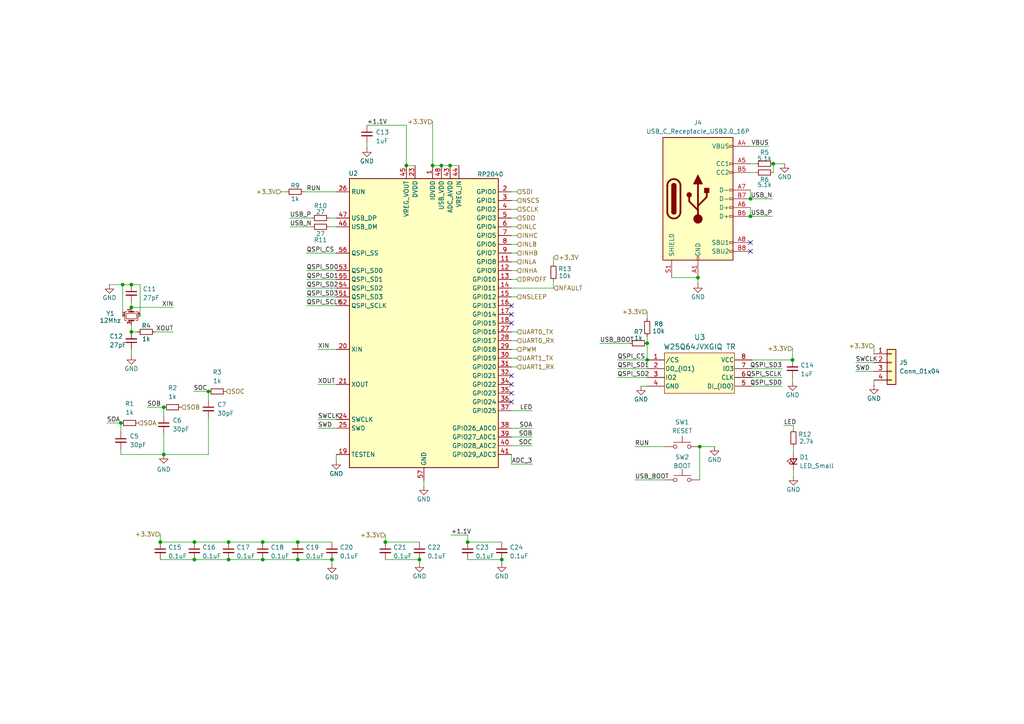
<source format=kicad_sch>
(kicad_sch (version 20240812) (generator "eeschema") (generator_version "8.99")
  (paper "A4")
  (lib_symbols
    (symbol "Connector:USB_C_Receptacle_USB2.0_16P" (pin_names (offset 1.016))
      (property "Reference" "J" (at 0 22.225 0))
      (property "Value" "USB_C_Receptacle_USB2.0_16P" (at 0 19.685 0))
      (symbol "USB_C_Receptacle_USB2.0_16P_0_0"
        (rectangle (start -0.254 -17.78) (end 0.254 -16.764))
        (rectangle (start 10.16 15.494) (end 9.144 14.986))
        (rectangle (start 10.16 10.414) (end 9.144 9.906))
        (rectangle (start 10.16 7.874) (end 9.144 7.366))
        (rectangle (start 10.16 2.794) (end 9.144 2.286))
        (rectangle (start 10.16 0.254) (end 9.144 -0.254))
        (rectangle (start 10.16 -2.286) (end 9.144 -2.794))
        (rectangle (start 10.16 -4.826) (end 9.144 -5.334))
        (rectangle (start 10.16 -12.446) (end 9.144 -12.954))
        (rectangle (start 10.16 -14.986) (end 9.144 -15.494))
      )
      (symbol "USB_C_Receptacle_USB2.0_16P_0_1"
        (rectangle (start -10.16 17.78) (end 10.16 -17.78) (stroke (width 0.254)) (fill (type background)))
        (polyline (pts (xy -8.89 -3.81) (xy -8.89 3.81)) (stroke (width 0.508)))
        (rectangle (start -7.62 -3.81) (end -6.35 3.81) (stroke (width 0.254)) (fill (type outline)))
        (arc (start -7.62 3.81) (mid -6.985 4.4423) (end -6.35 3.81) (stroke (width 0.254)))
        (arc (start -7.62 3.81) (mid -6.985 4.4423) (end -6.35 3.81) (stroke (width 0.254)) (fill (type outline)))
        (arc (start -8.89 3.81) (mid -6.985 5.7067) (end -5.08 3.81) (stroke (width 0.508)))
        (arc (start -5.08 -3.81) (mid -6.985 -5.7067) (end -8.89 -3.81) (stroke (width 0.508)))
        (arc (start -6.35 -3.81) (mid -6.985 -4.4423) (end -7.62 -3.81) (stroke (width 0.254)) (fill (type outline)))
        (arc (start -6.35 -3.81) (mid -6.985 -4.4423) (end -7.62 -3.81) (stroke (width 0.254)))
        (polyline (pts (xy -5.08 3.81) (xy -5.08 -3.81)) (stroke (width 0.508)))
        (circle (center -2.54 1.143) (radius 0.635) (stroke (width 0.254)) (fill (type outline)))
        (polyline (pts (xy -1.27 4.318) (xy 0 6.858) (xy 1.27 4.318) (xy -1.27 4.318)) (stroke (width 0.254)) (fill (type outline)))
        (polyline (pts (xy 0 -2.032) (xy 2.54 0.508) (xy 2.54 1.778)) (stroke (width 0.508)))
        (polyline (pts (xy 0 -3.302) (xy -2.54 -0.762) (xy -2.54 0.508)) (stroke (width 0.508)))
        (polyline (pts (xy 0 -5.842) (xy 0 4.318)) (stroke (width 0.508)))
        (circle (center 0 -5.842) (radius 1.27) (fill (type outline)))
        (rectangle (start 1.905 1.778) (end 3.175 3.048) (stroke (width 0.254)) (fill (type outline)))
      )
      (symbol "USB_C_Receptacle_USB2.0_16P_1_1"
        (pin passive line (at -7.62 -22.86 90) (length 5.08) (name "SHIELD") (number "S1"))
        (pin passive line (at 0 -22.86 90) (length 5.08) (name "GND") (number "A1"))
        (pin passive line (at 0 -22.86 90) (length 5.08) hide (name "GND") (number "A12"))
        (pin passive line (at 0 -22.86 90) (length 5.08) hide (name "GND") (number "B1"))
        (pin passive line (at 0 -22.86 90) (length 5.08) hide (name "GND") (number "B12"))
        (pin passive line (at 15.24 15.24 180) (length 5.08) (name "VBUS") (number "A4"))
        (pin passive line (at 15.24 15.24 180) (length 5.08) hide (name "VBUS") (number "A9"))
        (pin passive line (at 15.24 15.24 180) (length 5.08) hide (name "VBUS") (number "B4"))
        (pin passive line (at 15.24 15.24 180) (length 5.08) hide (name "VBUS") (number "B9"))
        (pin bidirectional line (at 15.24 10.16 180) (length 5.08) (name "CC1") (number "A5"))
        (pin bidirectional line (at 15.24 7.62 180) (length 5.08) (name "CC2") (number "B5"))
        (pin bidirectional line (at 15.24 2.54 180) (length 5.08) (name "D-") (number "A7"))
        (pin bidirectional line (at 15.24 0 180) (length 5.08) (name "D-") (number "B7"))
        (pin bidirectional line (at 15.24 -2.54 180) (length 5.08) (name "D+") (number "A6"))
        (pin bidirectional line (at 15.24 -5.08 180) (length 5.08) (name "D+") (number "B6"))
        (pin bidirectional line (at 15.24 -12.7 180) (length 5.08) (name "SBU1") (number "A8"))
        (pin bidirectional line (at 15.24 -15.24 180) (length 5.08) (name "SBU2") (number "B8"))
      )
    )
    (symbol "Connector_Generic:Conn_01x04" (pin_names (offset 1.016) hide)
      (property "Reference" "J" (at 0 5.08 0))
      (property "Value" "Conn_01x04" (at 0 -7.62 0))
      (symbol "Conn_01x04_1_1"
        (rectangle (start -1.27 3.81) (end 1.27 -6.35) (stroke (width 0.254)) (fill (type background)))
        (rectangle (start -1.27 2.667) (end 0 2.413) (stroke (width 0.1524)))
        (rectangle (start -1.27 0.127) (end 0 -0.127) (stroke (width 0.1524)))
        (rectangle (start -1.27 -2.413) (end 0 -2.667) (stroke (width 0.1524)))
        (rectangle (start -1.27 -4.953) (end 0 -5.207) (stroke (width 0.1524)))
        (pin passive line (at -5.08 2.54 0) (length 3.81) (name "Pin_1") (number "1"))
        (pin passive line (at -5.08 0 0) (length 3.81) (name "Pin_2") (number "2"))
        (pin passive line (at -5.08 -2.54 0) (length 3.81) (name "Pin_3") (number "3"))
        (pin passive line (at -5.08 -5.08 0) (length 3.81) (name "Pin_4") (number "4"))
      )
    )
    (symbol "Device:C_Small" (pin_numbers hide) (pin_names (offset 0.254) hide)
      (property "Reference" "C" (at 0.254 1.778 0))
      (property "Value" "C_Small" (at 0.254 -2.032 0))
      (symbol "C_Small_0_1"
        (polyline (pts (xy -1.524 0.508) (xy 1.524 0.508)) (stroke (width 0.3048)))
        (polyline (pts (xy -1.524 -0.508) (xy 1.524 -0.508)) (stroke (width 0.3302)))
      )
      (symbol "C_Small_1_1"
        (pin passive line (at 0 2.54 270) (length 2.032) (name "~") (number "1"))
        (pin passive line (at 0 -2.54 90) (length 2.032) (name "~") (number "2"))
      )
    )
    (symbol "Device:Crystal_GND24_Small" (pin_names (offset 1.016) hide)
      (property "Reference" "Y" (at 1.27 4.445 0))
      (property "Value" "Crystal_GND24_Small" (at 1.27 2.54 0))
      (symbol "Crystal_GND24_Small_0_1"
        (polyline (pts (xy -1.27 1.27) (xy -1.27 1.905) (xy 1.27 1.905) (xy 1.27 1.27)))
        (polyline (pts (xy -1.27 -0.762) (xy -1.27 0.762)) (stroke (width 0.381)))
        (polyline (pts (xy -1.27 -1.27) (xy -1.27 -1.905) (xy 1.27 -1.905) (xy 1.27 -1.27)))
        (rectangle (start -0.762 -1.524) (end 0.762 1.524))
        (polyline (pts (xy 1.27 -0.762) (xy 1.27 0.762)) (stroke (width 0.381)))
      )
      (symbol "Crystal_GND24_Small_1_1"
        (pin passive line (at -2.54 0 0) (length 1.27) (name "1") (number "1"))
        (pin passive line (at 0 2.54 270) (length 0.635) (name "4") (number "4"))
        (pin passive line (at 0 -2.54 90) (length 0.635) (name "2") (number "2"))
        (pin passive line (at 2.54 0 180) (length 1.27) (name "3") (number "3"))
      )
    )
    (symbol "Device:LED_Small" (pin_numbers hide) (pin_names (offset 0.254) hide)
      (property "Reference" "D" (at -1.27 3.175 0))
      (property "Value" "LED_Small" (at -4.445 -2.54 0))
      (symbol "LED_Small_0_1"
        (polyline (pts (xy -0.762 -1.016) (xy -0.762 1.016)) (stroke (width 0.254)))
        (polyline (pts (xy 0 0.762) (xy -0.508 1.27) (xy -0.254 1.27) (xy -0.508 1.27) (xy -0.508 1.016)))
        (polyline (pts (xy 0.508 1.27) (xy 0 1.778) (xy 0.254 1.778) (xy 0 1.778) (xy 0 1.524)))
        (polyline (pts (xy 0.762 -1.016) (xy -0.762 0) (xy 0.762 1.016) (xy 0.762 -1.016)) (stroke (width 0.254)))
        (polyline (pts (xy 1.016 0) (xy -0.762 0)))
      )
      (symbol "LED_Small_1_1"
        (pin passive line (at -2.54 0 0) (length 1.778) (name "K") (number "1"))
        (pin passive line (at 2.54 0 180) (length 1.778) (name "A") (number "2"))
      )
    )
    (symbol "Device:R_Small" (pin_numbers hide) (pin_names (offset 0.254) hide)
      (property "Reference" "R" (at 0.762 0.508 0))
      (property "Value" "R_Small" (at 0.762 -1.016 0))
      (symbol "R_Small_0_1"
        (rectangle (start -0.762 1.778) (end 0.762 -1.778) (stroke (width 0.2032)))
      )
      (symbol "R_Small_1_1"
        (pin passive line (at 0 2.54 270) (length 0.762) (name "~") (number "1"))
        (pin passive line (at 0 -2.54 90) (length 0.762) (name "~") (number "2"))
      )
    )
    (symbol "MCU_RaspberryPi:RP2040"
      (property "Reference" "U" (at 17.78 45.72 0))
      (property "Value" "RP2040" (at 17.78 43.18 0))
      (symbol "RP2040_0_1"
        (rectangle (start -21.59 41.91) (end 21.59 -41.91) (stroke (width 0.254)) (fill (type background)))
      )
      (symbol "RP2040_1_1"
        (pin input line (at -25.4 38.1 0) (length 3.81) (name "RUN") (number "26"))
        (pin bidirectional line (at -25.4 30.48 0) (length 3.81) (name "USB_DP") (number "47"))
        (pin bidirectional line (at -25.4 27.94 0) (length 3.81) (name "USB_DM") (number "46"))
        (pin bidirectional line (at -25.4 20.32 0) (length 3.81) (name "QSPI_SS") (number "56"))
        (pin bidirectional line (at -25.4 15.24 0) (length 3.81) (name "QSPI_SD0") (number "53"))
        (pin bidirectional line (at -25.4 12.7 0) (length 3.81) (name "QSPI_SD1") (number "55"))
        (pin bidirectional line (at -25.4 10.16 0) (length 3.81) (name "QSPI_SD2") (number "54"))
        (pin bidirectional line (at -25.4 7.62 0) (length 3.81) (name "QSPI_SD3") (number "51"))
        (pin output line (at -25.4 5.08 0) (length 3.81) (name "QSPI_SCLK") (number "52"))
        (pin input line (at -25.4 -7.62 0) (length 3.81) (name "XIN") (number "20"))
        (pin passive line (at -25.4 -17.78 0) (length 3.81) (name "XOUT") (number "21"))
        (pin input line (at -25.4 -27.94 0) (length 3.81) (name "SWCLK") (number "24"))
        (pin bidirectional line (at -25.4 -30.48 0) (length 3.81) (name "SWD") (number "25"))
        (pin input line (at -25.4 -38.1 0) (length 3.81) (name "TESTEN") (number "19"))
        (pin power_out line (at -5.08 45.72 270) (length 3.81) (name "VREG_VOUT") (number "45"))
        (pin power_in line (at -2.54 45.72 270) (length 3.81) (name "DVDD") (number "23"))
        (pin passive line (at -2.54 45.72 270) (length 3.81) hide (name "DVDD") (number "50"))
        (pin power_in line (at 0 -45.72 90) (length 3.81) (name "GND") (number "57"))
        (pin power_in line (at 2.54 45.72 270) (length 3.81) (name "IOVDD") (number "1"))
        (pin passive line (at 2.54 45.72 270) (length 3.81) hide (name "IOVDD") (number "10"))
        (pin passive line (at 2.54 45.72 270) (length 3.81) hide (name "IOVDD") (number "22"))
        (pin passive line (at 2.54 45.72 270) (length 3.81) hide (name "IOVDD") (number "33"))
        (pin passive line (at 2.54 45.72 270) (length 3.81) hide (name "IOVDD") (number "42"))
        (pin passive line (at 2.54 45.72 270) (length 3.81) hide (name "IOVDD") (number "49"))
        (pin power_in line (at 5.08 45.72 270) (length 3.81) (name "USB_VDD") (number "48"))
        (pin power_in line (at 7.62 45.72 270) (length 3.81) (name "ADC_AVDD") (number "43"))
        (pin power_in line (at 10.16 45.72 270) (length 3.81) (name "VREG_IN") (number "44"))
        (pin bidirectional line (at 25.4 38.1 180) (length 3.81) (name "GPIO0") (number "2"))
        (pin bidirectional line (at 25.4 35.56 180) (length 3.81) (name "GPIO1") (number "3"))
        (pin bidirectional line (at 25.4 33.02 180) (length 3.81) (name "GPIO2") (number "4"))
        (pin bidirectional line (at 25.4 30.48 180) (length 3.81) (name "GPIO3") (number "5"))
        (pin bidirectional line (at 25.4 27.94 180) (length 3.81) (name "GPIO4") (number "6"))
        (pin bidirectional line (at 25.4 25.4 180) (length 3.81) (name "GPIO5") (number "7"))
        (pin bidirectional line (at 25.4 22.86 180) (length 3.81) (name "GPIO6") (number "8"))
        (pin bidirectional line (at 25.4 20.32 180) (length 3.81) (name "GPIO7") (number "9"))
        (pin bidirectional line (at 25.4 17.78 180) (length 3.81) (name "GPIO8") (number "11"))
        (pin bidirectional line (at 25.4 15.24 180) (length 3.81) (name "GPIO9") (number "12"))
        (pin bidirectional line (at 25.4 12.7 180) (length 3.81) (name "GPIO10") (number "13"))
        (pin bidirectional line (at 25.4 10.16 180) (length 3.81) (name "GPIO11") (number "14"))
        (pin bidirectional line (at 25.4 7.62 180) (length 3.81) (name "GPIO12") (number "15"))
        (pin bidirectional line (at 25.4 5.08 180) (length 3.81) (name "GPIO13") (number "16"))
        (pin bidirectional line (at 25.4 2.54 180) (length 3.81) (name "GPIO14") (number "17"))
        (pin bidirectional line (at 25.4 0 180) (length 3.81) (name "GPIO15") (number "18"))
        (pin bidirectional line (at 25.4 -2.54 180) (length 3.81) (name "GPIO16") (number "27"))
        (pin bidirectional line (at 25.4 -5.08 180) (length 3.81) (name "GPIO17") (number "28"))
        (pin bidirectional line (at 25.4 -7.62 180) (length 3.81) (name "GPIO18") (number "29"))
        (pin bidirectional line (at 25.4 -10.16 180) (length 3.81) (name "GPIO19") (number "30"))
        (pin bidirectional line (at 25.4 -12.7 180) (length 3.81) (name "GPIO20") (number "31"))
        (pin bidirectional line (at 25.4 -15.24 180) (length 3.81) (name "GPIO21") (number "32"))
        (pin bidirectional line (at 25.4 -17.78 180) (length 3.81) (name "GPIO22") (number "34"))
        (pin bidirectional line (at 25.4 -20.32 180) (length 3.81) (name "GPIO23") (number "35"))
        (pin bidirectional line (at 25.4 -22.86 180) (length 3.81) (name "GPIO24") (number "36"))
        (pin bidirectional line (at 25.4 -25.4 180) (length 3.81) (name "GPIO25") (number "37"))
        (pin bidirectional line (at 25.4 -30.48 180) (length 3.81) (name "GPIO26_ADC0") (number "38"))
        (pin bidirectional line (at 25.4 -33.02 180) (length 3.81) (name "GPIO27_ADC1") (number "39"))
        (pin bidirectional line (at 25.4 -35.56 180) (length 3.81) (name "GPIO28_ADC2") (number "40"))
        (pin bidirectional line (at 25.4 -38.1 180) (length 3.81) (name "GPIO29_ADC3") (number "41"))
      )
    )
    (symbol "Memory_Flash:W25Q64JVXGIQ_TR" (pin_names (offset 0.254))
      (property "Reference" "U" (at 0 10.414 0))
      (property "Value" "W25Q64JVXGIQ TR" (at 0 7.874 0))
      (symbol "W25Q64JVXGIQ_TR_1_1"
        (rectangle (start -10.24 6.604) (end 10.08 -5.08) (fill (type background)))
        (pin unspecified line (at -15.24 4.572 0) (length 5) (name "/CS") (number "1"))
        (pin unspecified line (at -15.24 2.032 0) (length 5) (name "DO_(IO1)") (number "2"))
        (pin unspecified line (at -15.24 -0.508 0) (length 5) (name "IO2") (number "3"))
        (pin power_out line (at -15.24 -3.048 0) (length 5) (name "GND") (number "4"))
        (pin power_in line (at 15.24 4.572 180) (length 5) (name "VCC") (number "8"))
        (pin unspecified line (at 15.24 2.032 180) (length 5) (name "IO3") (number "7"))
        (pin unspecified line (at 15.24 -0.508 180) (length 5) (name "CLK") (number "6"))
        (pin unspecified line (at 15.24 -3.048 180) (length 5) (name "DI_(IO0)") (number "5"))
      )
    )
    (symbol "Switch:SW_Push" (pin_numbers hide) (pin_names (offset 1.016) hide)
      (property "Reference" "SW" (at 1.27 2.54 0))
      (property "Value" "SW_Push" (at 0 -1.524 0))
      (symbol "SW_Push_0_1"
        (circle (center -2.032 0) (radius 0.508))
        (polyline (pts (xy 0 1.27) (xy 0 3.048)))
        (circle (center 2.032 0) (radius 0.508))
        (polyline (pts (xy 2.54 1.27) (xy -2.54 1.27)))
        (pin passive line (at -5.08 0 0) (length 2.54) (name "1") (number "1"))
        (pin passive line (at 5.08 0 180) (length 2.54) (name "2") (number "2"))
      )
    )
    (symbol "power:GND" (power) (pin_numbers hide) (pin_names (offset 0) hide)
      (property "Value" "GND" (at 0 -3.81 0))
      (symbol "GND_0_1"
        (polyline (pts (xy 0 0) (xy 0 -1.27) (xy 1.27 -1.27) (xy 0 -2.54) (xy -1.27 -1.27) (xy 0 -1.27)))
      )
      (symbol "GND_1_1"
        (pin power_in line (at 0 0 270) (length 0) (name "~") (number "1"))
      )
    )
  )
  (junction (at 76.2 157.226))
  (junction (at 86.36 162.306))
  (junction (at 125.476 48.006))
  (junction (at 96.266 162.306))
  (junction (at 60.452 113.538))
  (junction (at 35.56 82.55))
  (junction (at 38.1 82.55))
  (junction (at 66.294 162.306))
  (junction (at 202.438 80.518))
  (junction (at 47.498 118.11))
  (junction (at 224.282 47.498))
  (junction (at 187.706 104.394))
  (junction (at 187.706 99.568))
  (junction (at 117.856 48.006))
  (junction (at 121.666 162.306))
  (junction (at 145.542 162.306))
  (junction (at 46.482 157.226))
  (junction (at 86.36 157.226))
  (junction (at 76.2 162.306))
  (junction (at 130.556 48.006))
  (junction (at 217.678 57.658))
  (junction (at 217.678 62.738))
  (junction (at 47.498 131.826))
  (junction (at 56.388 162.306))
  (junction (at 202.946 129.54))
  (junction (at 35.052 122.682))
  (junction (at 66.294 157.226))
  (junction (at 128.016 48.006))
  (junction (at 56.388 157.226))
  (junction (at 111.76 157.226))
  (junction (at 135.636 157.226))
  (junction (at 229.87 104.394))
  (junction (at 38.1 89.154))
  (junction (at 38.1 96.266))
  (no_connect (at 217.678 72.898))
  (no_connect (at 148.336 91.186))
  (no_connect (at 148.336 116.586))
  (no_connect (at 217.678 70.358))
  (no_connect (at 148.336 114.046))
  (no_connect (at 148.336 88.646))
  (no_connect (at 148.336 108.966))
  (no_connect (at 148.336 93.726))
  (no_connect (at 148.336 111.506))
  (wire (pts (xy 46.482 157.226) (xy 56.388 157.226)))
  (wire (pts (xy 111.76 157.226) (xy 121.666 157.226)))
  (wire (pts (xy 130.81 155.194) (xy 135.636 155.194)))
  (wire (pts (xy 184.15 129.54) (xy 192.786 129.54)))
  (wire (pts (xy 38.1 87.63) (xy 38.1 89.154)))
  (wire (pts (xy 160.528 81.534) (xy 160.528 83.566)))
  (wire (pts (xy 56.388 162.306) (xy 66.294 162.306)))
  (wire (pts (xy 135.636 155.194) (xy 135.636 157.226)))
  (wire (pts (xy 81.534 55.626) (xy 83.058 55.626)))
  (wire (pts (xy 179.0831 106.934) (xy 187.706 106.934)))
  (wire (pts (xy 86.36 157.226) (xy 96.266 157.226)))
  (wire (pts (xy 90.424 63.246) (xy 84.074 63.246)))
  (wire (pts (xy 148.336 101.346) (xy 149.86 101.346)))
  (wire (pts (xy 248.158 105.156) (xy 253.492 105.156)))
  (wire (pts (xy 148.336 58.166) (xy 149.86 58.166)))
  (wire (pts (xy 46.482 162.306) (xy 56.388 162.306)))
  (wire (pts (xy 111.76 162.306) (xy 121.666 162.306)))
  (wire (pts (xy 253.492 100.33) (xy 253.492 102.616)))
  (wire (pts (xy 217.678 57.658) (xy 224.028 57.658)))
  (wire (pts (xy 88.9 86.106) (xy 97.536 86.106)))
  (wire (pts (xy 224.282 47.498) (xy 224.282 50.038)))
  (wire (pts (xy 217.678 60.198) (xy 217.678 62.738)))
  (wire (pts (xy 135.636 162.306) (xy 145.542 162.306)))
  (wire (pts (xy 47.498 125.73) (xy 47.498 131.826)))
  (wire (pts (xy 202.438 80.518) (xy 202.438 82.296)))
  (wire (pts (xy 223.012 42.418) (xy 217.678 42.418)))
  (wire (pts (xy 130.556 48.006) (xy 133.096 48.006)))
  (wire (pts (xy 66.294 162.306) (xy 76.2 162.306)))
  (wire (pts (xy 47.498 118.11) (xy 47.498 120.65)))
  (wire (pts (xy 86.36 162.306) (xy 96.266 162.306)))
  (wire (pts (xy 179.07 109.474) (xy 187.706 109.474)))
  (wire (pts (xy 46.482 154.94) (xy 46.482 157.226)))
  (wire (pts (xy 227.33 123.444) (xy 230.124 123.444)))
  (wire (pts (xy 160.528 74.676) (xy 160.528 76.454)))
  (wire (pts (xy 154.432 134.62) (xy 148.336 134.62)))
  (wire (pts (xy 185.928 112.014) (xy 187.706 112.014)))
  (wire (pts (xy 187.706 90.424) (xy 187.706 92.456)))
  (wire (pts (xy 117.856 36.322) (xy 106.426 36.322)))
  (wire (pts (xy 148.336 75.946) (xy 149.86 75.946)))
  (wire (pts (xy 106.426 41.402) (xy 106.426 42.926)))
  (wire (pts (xy 88.138 55.626) (xy 97.536 55.626)))
  (wire (pts (xy 122.936 139.446) (xy 122.936 140.97)))
  (wire (pts (xy 35.56 82.55) (xy 35.56 91.694)))
  (wire (pts (xy 111.76 155.194) (xy 111.76 157.226)))
  (wire (pts (xy 148.336 129.286) (xy 154.432 129.286)))
  (wire (pts (xy 56.134 113.538) (xy 60.452 113.538)))
  (wire (pts (xy 135.636 157.226) (xy 145.542 157.226)))
  (wire (pts (xy 50.292 96.266) (xy 44.958 96.266)))
  (wire (pts (xy 226.822 109.474) (xy 218.186 109.474)))
  (wire (pts (xy 30.988 122.682) (xy 35.052 122.682)))
  (wire (pts (xy 187.706 97.536) (xy 187.706 99.568)))
  (wire (pts (xy 92.202 121.666) (xy 97.536 121.666)))
  (wire (pts (xy 218.186 104.394) (xy 229.87 104.394)))
  (wire (pts (xy 148.336 96.266) (xy 149.86 96.266)))
  (wire (pts (xy 92.202 101.346) (xy 97.536 101.346)))
  (wire (pts (xy 154.432 119.126) (xy 148.336 119.126)))
  (wire (pts (xy 56.388 157.226) (xy 66.294 157.226)))
  (wire (pts (xy 88.9131 81.026) (xy 97.536 81.026)))
  (wire (pts (xy 40.64 82.55) (xy 38.1 82.55)))
  (wire (pts (xy 97.536 131.826) (xy 97.536 133.604)))
  (wire (pts (xy 226.822 106.934) (xy 218.186 106.934)))
  (wire (pts (xy 66.294 157.226) (xy 76.2 157.226)))
  (wire (pts (xy 92.202 111.506) (xy 97.536 111.506)))
  (wire (pts (xy 253.492 110.236) (xy 253.492 111.76)))
  (wire (pts (xy 248.158 107.696) (xy 253.492 107.696)))
  (wire (pts (xy 88.9 78.486) (xy 97.536 78.486)))
  (wire (pts (xy 148.336 106.426) (xy 149.86 106.426)))
  (wire (pts (xy 224.282 47.498) (xy 227.584 47.498)))
  (wire (pts (xy 121.666 162.306) (xy 121.666 163.322)))
  (wire (pts (xy 148.336 78.486) (xy 149.86 78.486)))
  (wire (pts (xy 173.99 99.568) (xy 182.626 99.568)))
  (wire (pts (xy 95.504 63.246) (xy 97.536 63.246)))
  (wire (pts (xy 40.64 82.55) (xy 40.64 91.694)))
  (wire (pts (xy 217.678 47.498) (xy 219.202 47.498)))
  (wire (pts (xy 125.476 48.006) (xy 128.016 48.006)))
  (wire (pts (xy 117.856 48.006) (xy 120.396 48.006)))
  (wire (pts (xy 148.336 134.62) (xy 148.336 131.826)))
  (wire (pts (xy 148.336 98.806) (xy 149.86 98.806)))
  (wire (pts (xy 148.336 65.786) (xy 149.86 65.786)))
  (wire (pts (xy 60.452 113.538) (xy 60.452 116.078)))
  (wire (pts (xy 42.672 118.11) (xy 47.498 118.11)))
  (wire (pts (xy 96.266 162.306) (xy 96.266 163.576)))
  (wire (pts (xy 60.452 121.158) (xy 60.452 131.826)))
  (wire (pts (xy 194.818 80.518) (xy 202.438 80.518)))
  (wire (pts (xy 148.336 86.106) (xy 149.86 86.106)))
  (wire (pts (xy 88.9 73.406) (xy 97.536 73.406)))
  (wire (pts (xy 47.498 131.826) (xy 35.052 131.826)))
  (wire (pts (xy 35.052 122.682) (xy 35.052 125.222)))
  (wire (pts (xy 128.016 48.006) (xy 130.556 48.006)))
  (wire (pts (xy 217.678 62.738) (xy 224.028 62.738)))
  (wire (pts (xy 38.1 89.154) (xy 50.292 89.154)))
  (wire (pts (xy 125.476 35.306) (xy 125.476 48.006)))
  (wire (pts (xy 148.336 60.706) (xy 149.86 60.706)))
  (wire (pts (xy 202.946 129.54) (xy 202.946 139.192)))
  (wire (pts (xy 229.87 101.092) (xy 229.87 104.394)))
  (wire (pts (xy 148.336 83.566) (xy 160.528 83.566)))
  (wire (pts (xy 148.336 103.886) (xy 149.86 103.886)))
  (wire (pts (xy 148.336 81.026) (xy 149.86 81.026)))
  (wire (pts (xy 90.424 65.786) (xy 84.074 65.786)))
  (wire (pts (xy 38.1 101.346) (xy 38.1 103.124)))
  (wire (pts (xy 148.336 126.746) (xy 154.432 126.746)))
  (wire (pts (xy 76.2 162.306) (xy 86.36 162.306)))
  (wire (pts (xy 145.542 162.306) (xy 145.542 163.322)))
  (wire (pts (xy 38.1 94.234) (xy 38.1 96.266)))
  (wire (pts (xy 226.822 112.014) (xy 218.186 112.014)))
  (wire (pts (xy 35.052 130.302) (xy 35.052 131.826)))
  (wire (pts (xy 76.2 157.226) (xy 86.36 157.226)))
  (wire (pts (xy 230.124 129.54) (xy 230.124 131.318)))
  (wire (pts (xy 184.15 139.192) (xy 192.786 139.192)))
  (wire (pts (xy 117.856 48.006) (xy 117.856 36.322)))
  (wire (pts (xy 92.202 124.206) (xy 97.536 124.206)))
  (wire (pts (xy 88.9 88.646) (xy 97.536 88.646)))
  (wire (pts (xy 88.9 83.566) (xy 97.536 83.566)))
  (wire (pts (xy 230.124 123.444) (xy 230.124 124.46)))
  (wire (pts (xy 217.678 50.038) (xy 219.202 50.038)))
  (wire (pts (xy 35.56 82.55) (xy 38.1 82.55)))
  (wire (pts (xy 60.452 131.826) (xy 47.498 131.826)))
  (wire (pts (xy 38.1 96.266) (xy 39.878 96.266)))
  (wire (pts (xy 230.124 136.398) (xy 230.124 138.176)))
  (wire (pts (xy 229.87 109.474) (xy 229.87 110.744)))
  (wire (pts (xy 148.336 70.866) (xy 149.86 70.866)))
  (wire (pts (xy 187.706 99.568) (xy 187.706 104.394)))
  (wire (pts (xy 31.75 82.55) (xy 35.56 82.55)))
  (wire (pts (xy 148.336 73.406) (xy 149.86 73.406)))
  (wire (pts (xy 148.336 68.326) (xy 149.86 68.326)))
  (wire (pts (xy 202.946 129.54) (xy 207.264 129.54)))
  (wire (pts (xy 148.336 63.246) (xy 149.86 63.246)))
  (wire (pts (xy 148.336 55.626) (xy 149.86 55.626)))
  (wire (pts (xy 148.336 124.206) (xy 154.432 124.206)))
  (wire (pts (xy 179.07 104.394) (xy 187.706 104.394)))
  (wire (pts (xy 217.678 55.118) (xy 217.678 57.658)))
  (wire (pts (xy 95.504 65.786) (xy 97.536 65.786)))
  (label "SOC" (at 56.134 113.538 0))
  (label "USB_BOOT" (at 184.15 139.192 0))
  (label "SWCLK" (at 92.202 121.666 0))
  (label "QSPI_SD1" (at 88.9131 81.026 0))
  (label "VBUS" (at 223.012 42.418 180))
  (label "USB_BOOT" (at 173.99 99.568 0))
  (label "QSPI_SD2" (at 179.07 109.474 0))
  (label "SWD" (at 248.158 107.696 0))
  (label "QSPI_SD3" (at 226.822 106.934 180))
  (label "SOA" (at 154.432 124.206 180))
  (label "QSPI_SD2" (at 88.9 83.566 0))
  (label "+1.1V" (at 130.81 155.194 0))
  (label "XOUT" (at 50.292 96.266 180))
  (label "QSPI_SD0" (at 226.822 112.014 180))
  (label "SWD" (at 92.202 124.206 0))
  (label "USB_N" (at 224.028 57.658 180))
  (label "QSPI_CS" (at 88.9 73.406 0))
  (label "XIN" (at 50.292 89.154 180))
  (label "SOB" (at 42.672 118.11 0))
  (label "RUN" (at 88.9 55.626 0))
  (label "SWCLK" (at 248.158 105.156 0))
  (label "ADC_3" (at 154.432 134.62 180))
  (label "LED" (at 154.432 119.126 180))
  (label "QSPI_SD3" (at 88.9 86.106 0))
  (label "SOA" (at 30.988 122.682 0))
  (label "XIN" (at 92.202 101.346 0))
  (label "QSPI_SD1" (at 179.0831 106.934 0))
  (label "RUN" (at 184.15 129.54 0))
  (label "USB_P" (at 84.074 63.246 0))
  (label "USB_N" (at 84.074 65.786 0))
  (label "+1.1V" (at 106.426 36.322 0))
  (label "LED" (at 227.33 123.444 0))
  (label "QSPI_SD0" (at 88.9 78.486 0))
  (label "QSPI_SCLK" (at 226.822 109.474 180))
  (label "SOC" (at 154.432 129.286 180))
  (label "USB_P" (at 224.028 62.738 180))
  (label "QSPI_CS" (at 179.07 104.394 0))
  (label "XOUT" (at 92.202 111.506 0))
  (label "QSPI_SCLK" (at 88.9 88.646 0))
  (label "SOB" (at 154.432 126.746 180))
  (hierarchical_label "SDO" (shape input) (at 149.86 63.246 0))
  (hierarchical_label "SOA" (shape input) (at 40.132 122.682 0))
  (hierarchical_label "+3.3V" (shape input) (at 46.482 154.94 180))
  (hierarchical_label "SCLK" (shape input) (at 149.86 60.706 0))
  (hierarchical_label "INHC" (shape input) (at 149.86 68.326 0))
  (hierarchical_label "+3.3V" (shape input) (at 111.76 155.194 180))
  (hierarchical_label "SOC" (shape input) (at 65.532 113.538 0))
  (hierarchical_label "UART1_RX" (shape input) (at 149.86 106.426 0))
  (hierarchical_label "DRVOFF" (shape input) (at 149.86 81.026 0))
  (hierarchical_label "UART0_TX" (shape input) (at 149.86 96.266 0))
  (hierarchical_label "INLC" (shape input) (at 149.86 65.786 0))
  (hierarchical_label "INLA" (shape input) (at 149.86 75.946 0))
  (hierarchical_label "SDI" (shape input) (at 149.86 55.626 0))
  (hierarchical_label "INLB" (shape input) (at 149.86 70.866 0))
  (hierarchical_label "UART1_TX" (shape input) (at 149.86 103.886 0))
  (hierarchical_label "NSCS" (shape input) (at 149.86 58.166 0))
  (hierarchical_label "NFAULT" (shape input) (at 160.528 83.566 0))
  (hierarchical_label "UART0_RX" (shape input) (at 149.86 98.806 0))
  (hierarchical_label "SOB" (shape input) (at 52.578 118.11 0))
  (hierarchical_label "+3.3V" (shape input) (at 81.534 55.626 180))
  (hierarchical_label "PWM" (shape input) (at 149.86 101.346 0))
  (hierarchical_label "+3.3V" (shape input) (at 160.528 74.676 0))
  (hierarchical_label "+3.3V" (shape input) (at 187.706 90.424 180))
  (hierarchical_label "+3.3V" (shape input) (at 229.87 101.092 180))
  (hierarchical_label "INHB" (shape input) (at 149.86 73.406 0))
  (hierarchical_label "NSLEEP" (shape input) (at 149.86 86.106 0))
  (hierarchical_label "+3.3V" (shape input) (at 125.476 35.306 180))
  (hierarchical_label "INHA" (shape input) (at 149.86 78.486 0))
  (hierarchical_label "+3.3V" (shape input) (at 253.492 100.33 180))
  (symbol (lib_id "power:GND") (at 185.928 112.014 0) (unit 1)
    (property "Reference" "#PWR017" (effects (hide yes)))
    (property "Value" "GND" (at 185.928 115.824 0))
    (property "Description" "Power symbol creates a global label with name \"GND\" , ground" (effects (hide yes)))
  )
  (symbol (lib_id "Device:C_Small") (at 145.542 159.766 0) (unit 1)
    (property "Reference" "C24" (at 147.828 158.75 0) (effects (justify left)))
    (property "Value" "0.1uF" (at 147.828 161.29 0) (effects (justify left)))
    (property "Footprint" "Resistor_SMD:R_0603_1608Metric" (effects (hide yes)))
    (property "Description" "Unpolarized capacitor, small symbol" (effects (hide yes)))
  )
  (symbol (lib_id "Device:R_Small") (at 230.124 127 180) (unit 1)
    (property "Reference" "R12" (at 233.426 125.984 0))
    (property "Value" "2.7k" (at 233.934 128.016 0))
    (property "Footprint" "Resistor_SMD:R_0603_1608Metric" (effects (hide yes)))
    (property "Description" "Resistor, small symbol" (effects (hide yes)))
  )
  (symbol (lib_id "Device:C_Small") (at 106.426 38.862 0) (unit 1)
    (property "Reference" "C13" (at 108.966 38.354 0) (effects (justify left)))
    (property "Value" "1uF" (at 108.966 40.894 0) (effects (justify left)))
    (property "Footprint" "Resistor_SMD:R_0603_1608Metric" (effects (hide yes)))
    (property "Description" "Unpolarized capacitor, small symbol" (effects (hide yes)))
  )
  (symbol (lib_id "Device:C_Small") (at 111.76 159.766 0) (unit 1)
    (property "Reference" "C21" (at 114.046 158.75 0) (effects (justify left)))
    (property "Value" "0.1uF" (at 114.046 161.29 0) (effects (justify left)))
    (property "Footprint" "Resistor_SMD:R_0603_1608Metric" (effects (hide yes)))
    (property "Description" "Unpolarized capacitor, small symbol" (effects (hide yes)))
  )
  (symbol (lib_id "power:GND") (at 47.498 131.826 0) (unit 1)
    (property "Reference" "#PWR04" (effects (hide yes)))
    (property "Value" "GND" (at 47.498 136.144 0))
    (property "Description" "Power symbol creates a global label with name \"GND\" , ground" (effects (hide yes)))
  )
  (symbol (lib_id "Device:R_Small") (at 42.418 96.266 270) (unit 1)
    (property "Reference" "R4" (at 42.418 94.488 90))
    (property "Value" "1k" (at 42.418 98.298 90))
    (property "Footprint" "Resistor_SMD:R_0603_1608Metric" (effects (hide yes)))
    (property "Description" "Resistor, small symbol" (effects (hide yes)))
  )
  (symbol (lib_id "power:GND") (at 230.124 138.176 0) (unit 1)
    (property "Reference" "#PWR023" (effects (hide yes)))
    (property "Value" "GND" (at 230.124 141.986 0))
    (property "Description" "Power symbol creates a global label with name \"GND\" , ground" (effects (hide yes)))
  )
  (symbol (lib_id "Device:C_Small") (at 121.666 159.766 0) (unit 1)
    (property "Reference" "C22" (at 123.952 158.75 0) (effects (justify left)))
    (property "Value" "0.1uF" (at 123.952 161.29 0) (effects (justify left)))
    (property "Footprint" "Resistor_SMD:R_0603_1608Metric" (effects (hide yes)))
    (property "Description" "Unpolarized capacitor, small symbol" (effects (hide yes)))
  )
  (symbol (lib_id "Device:C_Small") (at 38.1 98.806 180) (unit 1)
    (property "Reference" "C12" (at 31.75 97.536 0) (effects (justify right)))
    (property "Value" "27pF" (at 31.75 100.076 0) (effects (justify right)))
    (property "Footprint" "Resistor_SMD:R_0603_1608Metric" (effects (hide yes)))
    (property "Description" "Unpolarized capacitor, small symbol" (effects (hide yes)))
  )
  (symbol (lib_id "power:GND") (at 31.75 82.55 0) (unit 1)
    (property "Reference" "#PWR011" (effects (hide yes)))
    (property "Value" "GND" (at 31.75 86.36 0))
    (property "Description" "Power symbol creates a global label with name \"GND\" , ground" (effects (hide yes)))
  )
  (symbol (lib_id "power:GND") (at 145.542 163.322 0) (unit 1)
    (property "Reference" "#PWR022" (effects (hide yes)))
    (property "Value" "GND" (at 145.542 167.132 0))
    (property "Description" "Power symbol creates a global label with name \"GND\" , ground" (effects (hide yes)))
  )
  (symbol (lib_id "Device:R_Small") (at 85.598 55.626 270) (unit 1)
    (property "Reference" "R9" (at 85.598 53.848 90))
    (property "Value" "1k" (at 85.598 57.658 90))
    (property "Footprint" "Resistor_SMD:R_0603_1608Metric" (effects (hide yes)))
    (property "Description" "Resistor, small symbol" (effects (hide yes)))
  )
  (symbol (lib_id "power:GND") (at 122.936 140.97 0) (unit 1)
    (property "Reference" "#PWR013" (effects (hide yes)))
    (property "Value" "GND" (at 122.936 144.78 0))
    (property "Description" "Power symbol creates a global label with name \"GND\" , ground" (effects (hide yes)))
  )
  (symbol (lib_id "Device:C_Small") (at 66.294 159.766 0) (unit 1)
    (property "Reference" "C17" (at 68.58 158.75 0) (effects (justify left)))
    (property "Value" "0.1uF" (at 68.58 161.29 0) (effects (justify left)))
    (property "Footprint" "Resistor_SMD:R_0603_1608Metric" (effects (hide yes)))
    (property "Description" "Unpolarized capacitor, small symbol" (effects (hide yes)))
  )
  (symbol (lib_id "Device:Crystal_GND24_Small") (at 38.1 91.694 270) (unit 1)
    (property "Reference" "Y1" (at 32.004 90.932 90))
    (property "Value" "12Mhz" (at 32.004 92.964 90))
    (property "Footprint" "Crystal:Crystal_SMD_3225-4Pin_3.2x2.5mm" (effects (hide yes)))
    (property "Description" "Four pin crystal, GND on pins 2 and 4, small symbol" (effects (hide yes)))
  )
  (symbol (lib_id "Device:C_Small") (at 56.388 159.766 0) (unit 1)
    (property "Reference" "C16" (at 58.674 158.75 0) (effects (justify left)))
    (property "Value" "0.1uF" (at 58.674 161.29 0) (effects (justify left)))
    (property "Footprint" "Resistor_SMD:R_0603_1608Metric" (effects (hide yes)))
    (property "Description" "Unpolarized capacitor, small symbol" (effects (hide yes)))
  )
  (symbol (lib_id "Device:C_Small") (at 96.266 159.766 0) (unit 1)
    (property "Reference" "C20" (at 98.552 158.75 0) (effects (justify left)))
    (property "Value" "0.1uF" (at 98.552 161.29 0) (effects (justify left)))
    (property "Footprint" "Resistor_SMD:R_0603_1608Metric" (effects (hide yes)))
    (property "Description" "Unpolarized capacitor, small symbol" (effects (hide yes)))
  )
  (symbol (lib_id "Device:C_Small") (at 86.36 159.766 0) (unit 1)
    (property "Reference" "C19" (at 88.646 158.75 0) (effects (justify left)))
    (property "Value" "0.1uF" (at 88.646 161.29 0) (effects (justify left)))
    (property "Footprint" "Resistor_SMD:R_0603_1608Metric" (effects (hide yes)))
    (property "Description" "Unpolarized capacitor, small symbol" (effects (hide yes)))
  )
  (symbol (lib_id "Device:R_Small") (at 50.038 118.11 90) (unit 1)
    (property "Reference" "R2" (at 50.038 112.522 90))
    (property "Value" "1k" (at 50.038 115.062 90))
    (property "Footprint" "Resistor_SMD:R_0603_1608Metric" (effects (hide yes)))
    (property "Description" "Resistor, small symbol" (effects (hide yes)))
  )
  (symbol (lib_id "Device:R_Small") (at 37.592 122.682 90) (unit 1)
    (property "Reference" "R1" (at 37.592 117.094 90))
    (property "Value" "1k" (at 37.592 119.634 90))
    (property "Footprint" "Resistor_SMD:R_0603_1608Metric" (effects (hide yes)))
    (property "Description" "Resistor, small symbol" (effects (hide yes)))
  )
  (symbol (lib_id "Switch:SW_Push") (at 197.866 129.54 0) (unit 1)
    (property "Reference" "SW1" (at 197.866 122.428 0))
    (property "Value" "RESET" (at 197.866 124.968 0))
    (property "Footprint" "SLIM_Switch:SW_PUSH_6mm_SLIM" (effects (hide yes)))
    (property "Description" "Push button switch, generic, two pins" (effects (hide yes)))
  )
  (symbol (lib_id "power:GND") (at 121.666 163.322 0) (unit 1)
    (property "Reference" "#PWR021" (effects (hide yes)))
    (property "Value" "GND" (at 121.666 167.132 0))
    (property "Description" "Power symbol creates a global label with name \"GND\" , ground" (effects (hide yes)))
  )
  (symbol (lib_id "power:GND") (at 253.492 111.76 0) (unit 1)
    (property "Reference" "#PWR024" (effects (hide yes)))
    (property "Value" "GND" (at 253.492 115.57 0))
    (property "Description" "Power symbol creates a global label with name \"GND\" , ground" (effects (hide yes)))
  )
  (symbol (lib_id "power:GND") (at 38.1 103.124 0) (unit 1)
    (property "Reference" "#PWR010" (effects (hide yes)))
    (property "Value" "GND" (at 38.1 106.934 0))
    (property "Description" "Power symbol creates a global label with name \"GND\" , ground" (effects (hide yes)))
  )
  (symbol (lib_id "Device:R_Small") (at 185.166 99.568 270) (unit 1)
    (property "Reference" "R7" (at 185.166 96.266 90))
    (property "Value" "1k" (at 185.166 98.044 90))
    (property "Footprint" "Resistor_SMD:R_0603_1608Metric" (effects (hide yes)))
    (property "Description" "Resistor, small symbol" (effects (hide yes)))
  )
  (symbol (lib_id "Device:R_Small") (at 187.706 94.996 180) (unit 1)
    (property "Reference" "R8" (at 191.008 93.98 0))
    (property "Value" "10k" (at 191.008 96.012 0))
    (property "Footprint" "Resistor_SMD:R_0603_1608Metric" (effects (hide yes)))
    (property "Description" "Resistor, small symbol" (effects (hide yes)))
  )
  (symbol (lib_id "Device:C_Small") (at 76.2 159.766 0) (unit 1)
    (property "Reference" "C18" (at 78.486 158.75 0) (effects (justify left)))
    (property "Value" "0.1uF" (at 78.486 161.29 0) (effects (justify left)))
    (property "Footprint" "Resistor_SMD:R_0603_1608Metric" (effects (hide yes)))
    (property "Description" "Unpolarized capacitor, small symbol" (effects (hide yes)))
  )
  (symbol (lib_id "power:GND") (at 97.536 133.604 0) (unit 1)
    (property "Reference" "#PWR012" (effects (hide yes)))
    (property "Value" "GND" (at 97.536 137.414 0))
    (property "Description" "Power symbol creates a global label with name \"GND\" , ground" (effects (hide yes)))
  )
  (symbol (lib_id "Connector_Generic:Conn_01x04") (at 258.572 105.156 0) (unit 1)
    (property "Reference" "J5" (at 260.858 105.156 0) (effects (justify left)))
    (property "Value" "Conn_01x04" (at 260.858 107.696 0) (effects (justify left)))
    (property "Description" "Generic connector, single row, 01x04, script generated (kicad-library-utils/schlib/autogen/connector/)" (effects (hide yes)))
  )
  (symbol (lib_id "Device:C_Small") (at 46.482 159.766 0) (unit 1)
    (property "Reference" "C15" (at 48.768 158.75 0) (effects (justify left)))
    (property "Value" "0.1uF" (at 48.768 161.29 0) (effects (justify left)))
    (property "Footprint" "Resistor_SMD:R_0603_1608Metric" (effects (hide yes)))
    (property "Description" "Unpolarized capacitor, small symbol" (effects (hide yes)))
  )
  (symbol (lib_id "Connector:USB_C_Receptacle_USB2.0_16P") (at 202.438 57.658 0) (unit 1)
    (property "Reference" "J4" (at 202.438 35.56 0))
    (property "Value" "USB_C_Receptacle_USB2.0_16P" (at 202.438 38.1 0))
    (property "Footprint" "Connector_USB:USB_C_Receptacle_HRO_TYPE-C-31-M-12" (effects (hide yes)))
    (property "Datasheet" "https://www.usb.org/sites/default/files/documents/usb_type-c.zip" (effects (hide yes)))
    (property "Description" "USB 2.0-only 16P Type-C Receptacle connector" (effects (hide yes)))
  )
  (symbol (lib_id "power:GND") (at 96.266 163.576 0) (unit 1)
    (property "Reference" "#PWR020" (effects (hide yes)))
    (property "Value" "GND" (at 96.266 167.386 0))
    (property "Description" "Power symbol creates a global label with name \"GND\" , ground" (effects (hide yes)))
  )
  (symbol (lib_id "Device:R_Small") (at 92.964 65.786 90) (unit 1)
    (property "Reference" "R11" (at 92.964 69.596 90))
    (property "Value" "27" (at 92.964 67.818 90))
    (property "Footprint" "Resistor_SMD:R_0603_1608Metric" (effects (hide yes)))
    (property "Description" "Resistor, small symbol" (effects (hide yes)))
  )
  (symbol (lib_id "Memory_Flash:W25Q64JVXGIQ_TR") (at 202.946 108.966 0) (unit 1)
    (property "Reference" "U3" (at 202.946 97.79 0) (effects (font (size 1.524 1.524))))
    (property "Value" "W25Q64JVXGIQ TR" (at 202.946 100.584 0) (effects (font (size 1.524 1.524))))
    (property "Footprint" "DFN_XGIQ TR_WIN:DFN_XGIQ TR_WIN" (effects (hide yes)))
    (property "Datasheet" "W25Q64JVXGIQ TR" (effects (hide yes)))
  )
  (symbol (lib_id "Device:C_Small") (at 35.052 127.762 0) (unit 1)
    (property "Reference" "C5" (at 37.592 126.4983 0) (effects (justify left)))
    (property "Value" "30pF" (at 37.592 129.0383 0) (effects (justify left)))
    (property "Footprint" "Capacitor_SMD:C_0603_1608Metric" (effects (hide yes)))
    (property "Description" "Unpolarized capacitor, small symbol" (effects (hide yes)))
  )
  (symbol (lib_id "Device:LED_Small") (at 230.124 133.858 90) (unit 1)
    (property "Reference" "D1" (at 231.902 132.588 90) (effects (justify right)))
    (property "Value" "LED_Small" (at 231.902 135.128 90) (effects (justify right)))
    (property "Footprint" "LED_SMD:LED_0603_1608Metric" (effects (hide yes)))
    (property "Description" "Light emitting diode, small symbol" (effects (hide yes)))
  )
  (symbol (lib_id "Device:C_Small") (at 135.636 159.766 0) (unit 1)
    (property "Reference" "C23" (at 137.922 158.75 0) (effects (justify left)))
    (property "Value" "0.1uF" (at 137.922 161.29 0) (effects (justify left)))
    (property "Footprint" "Resistor_SMD:R_0603_1608Metric" (effects (hide yes)))
    (property "Description" "Unpolarized capacitor, small symbol" (effects (hide yes)))
  )
  (symbol (lib_id "power:GND") (at 106.426 42.926 0) (unit 1)
    (property "Reference" "#PWR014" (effects (hide yes)))
    (property "Value" "GND" (at 106.426 46.736 0))
    (property "Description" "Power symbol creates a global label with name \"GND\" , ground" (effects (hide yes)))
  )
  (symbol (lib_id "power:GND") (at 229.87 110.744 0) (unit 1)
    (property "Reference" "#PWR018" (effects (hide yes)))
    (property "Value" "GND" (at 229.87 114.554 0))
    (property "Description" "Power symbol creates a global label with name \"GND\" , ground" (effects (hide yes)))
  )
  (symbol (lib_id "MCU_RaspberryPi:RP2040") (at 122.936 93.726 0) (unit 1)
    (property "Reference" "U2" (at 101.092 50.292 0) (effects (justify left)))
    (property "Value" "RP2040" (at 138.43 50.546 0) (effects (justify left)))
    (property "Footprint" "Package_DFN_QFN:QFN-56-1EP_7x7mm_P0.4mm_EP3.2x3.2mm" (effects (hide yes)))
    (property "Datasheet" "https://datasheets.raspberrypi.com/rp2040/rp2040-datasheet.pdf" (effects (hide yes)))
    (property "Description" "A microcontroller by Raspberry Pi" (effects (hide yes)))
  )
  (symbol (lib_id "Device:R_Small") (at 62.992 113.538 90) (unit 1)
    (property "Reference" "R3" (at 62.992 107.95 90))
    (property "Value" "1k" (at 62.992 110.49 90))
    (property "Footprint" "Resistor_SMD:R_0603_1608Metric" (effects (hide yes)))
    (property "Description" "Resistor, small symbol" (effects (hide yes)))
  )
  (symbol (lib_id "Device:R_Small") (at 160.528 78.994 180) (unit 1)
    (property "Reference" "R13" (at 163.83 77.978 0))
    (property "Value" "10k" (at 163.83 80.01 0))
    (property "Footprint" "Resistor_SMD:R_0603_1608Metric" (effects (hide yes)))
    (property "Description" "Resistor, small symbol" (effects (hide yes)))
  )
  (symbol (lib_id "Device:C_Small") (at 47.498 123.19 0) (unit 1)
    (property "Reference" "C6" (at 50.038 121.9263 0) (effects (justify left)))
    (property "Value" "30pF" (at 50.038 124.4663 0) (effects (justify left)))
    (property "Footprint" "Capacitor_SMD:C_0603_1608Metric" (effects (hide yes)))
    (property "Description" "Unpolarized capacitor, small symbol" (effects (hide yes)))
  )
  (symbol (lib_id "power:GND") (at 227.584 47.498 0) (unit 1)
    (property "Reference" "#PWR015" (effects (hide yes)))
    (property "Value" "GND" (at 227.584 51.308 0))
    (property "Description" "Power symbol creates a global label with name \"GND\" , ground" (effects (hide yes)))
  )
  (symbol (lib_id "Device:R_Small") (at 221.742 50.038 270) (unit 1)
    (property "Reference" "R6" (at 221.742 52.07 90))
    (property "Value" "5.1k" (at 221.742 53.594 90))
    (property "Footprint" "Resistor_SMD:R_0603_1608Metric" (effects (hide yes)))
    (property "Description" "Resistor, small symbol" (effects (hide yes)))
  )
  (symbol (lib_id "Device:R_Small") (at 221.742 47.498 270) (unit 1)
    (property "Reference" "R5" (at 221.742 44.196 90))
    (property "Value" "5.1k" (at 221.742 45.974 90))
    (property "Footprint" "Resistor_SMD:R_0603_1608Metric" (effects (hide yes)))
    (property "Description" "Resistor, small symbol" (effects (hide yes)))
  )
  (symbol (lib_id "Device:C_Small") (at 229.87 106.934 0) (unit 1)
    (property "Reference" "C14" (at 232.156 105.918 0) (effects (justify left)))
    (property "Value" "1uF" (at 232.156 108.458 0) (effects (justify left)))
    (property "Footprint" "Resistor_SMD:R_0603_1608Metric" (effects (hide yes)))
    (property "Description" "Unpolarized capacitor, small symbol" (effects (hide yes)))
  )
  (symbol (lib_id "Device:C_Small") (at 38.1 85.09 0) (unit 1)
    (property "Reference" "C11" (at 41.402 83.8263 0) (effects (justify left)))
    (property "Value" "27pF" (at 41.402 86.3663 0) (effects (justify left)))
    (property "Footprint" "Resistor_SMD:R_0603_1608Metric" (effects (hide yes)))
    (property "Description" "Unpolarized capacitor, small symbol" (effects (hide yes)))
  )
  (symbol (lib_id "power:GND") (at 207.264 129.54 0) (unit 1)
    (property "Reference" "#PWR019" (effects (hide yes)))
    (property "Value" "GND" (at 207.264 133.35 0))
    (property "Description" "Power symbol creates a global label with name \"GND\" , ground" (effects (hide yes)))
  )
  (symbol (lib_id "Switch:SW_Push") (at 197.866 139.192 0) (unit 1)
    (property "Reference" "SW2" (at 197.866 132.588 0))
    (property "Value" "BOOT" (at 197.866 135.128 0))
    (property "Footprint" "SLIM_Switch:SW_PUSH_6mm_SLIM" (effects (hide yes)))
    (property "Description" "Push button switch, generic, two pins" (effects (hide yes)))
  )
  (symbol (lib_id "power:GND") (at 202.438 82.296 0) (unit 1)
    (property "Reference" "#PWR016" (effects (hide yes)))
    (property "Value" "GND" (at 202.438 86.106 0))
    (property "Description" "Power symbol creates a global label with name \"GND\" , ground" (effects (hide yes)))
  )
  (symbol (lib_id "Device:C_Small") (at 60.452 118.618 0) (unit 1)
    (property "Reference" "C7" (at 62.992 117.3543 0) (effects (justify left)))
    (property "Value" "30pF" (at 62.992 119.8943 0) (effects (justify left)))
    (property "Footprint" "Capacitor_SMD:C_0603_1608Metric" (effects (hide yes)))
    (property "Description" "Unpolarized capacitor, small symbol" (effects (hide yes)))
  )
  (symbol (lib_id "Device:R_Small") (at 92.964 63.246 270) (unit 1)
    (property "Reference" "R10" (at 92.964 59.69 90))
    (property "Value" "27" (at 92.964 61.468 90))
    (property "Footprint" "Resistor_SMD:R_0603_1608Metric" (effects (hide yes)))
    (property "Description" "Resistor, small symbol" (effects (hide yes)))
  )
)
</source>
